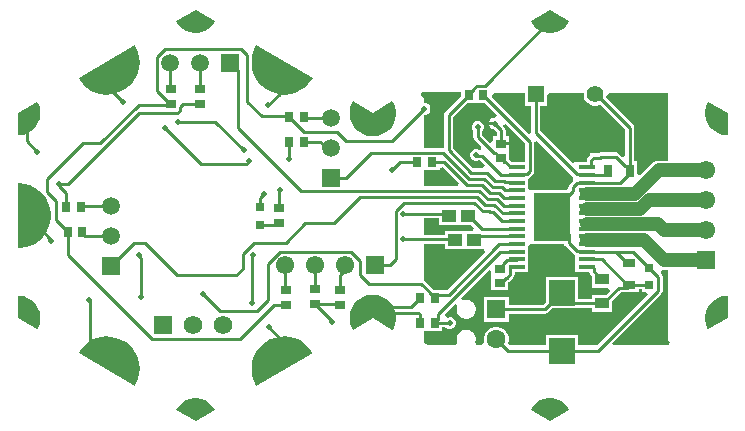
<source format=gbr>
G04*
G04 #@! TF.GenerationSoftware,Altium Limited,Altium Designer,25.8.1 (18)*
G04*
G04 Layer_Physical_Order=1*
G04 Layer_Color=255*
%FSLAX25Y25*%
%MOIN*%
G70*
G04*
G04 #@! TF.SameCoordinates,CA0B9550-AE98-4C71-85A6-844D78770B91*
G04*
G04*
G04 #@! TF.FilePolarity,Positive*
G04*
G01*
G75*
%ADD13C,0.01000*%
%ADD16R,0.05550X0.01400*%
%ADD17R,0.03197X0.02985*%
%ADD18R,0.03543X0.03150*%
%ADD19R,0.02985X0.03197*%
%ADD20R,0.03740X0.03150*%
%ADD21R,0.03150X0.03150*%
%ADD22R,0.04355X0.02977*%
%ADD23R,0.02977X0.04355*%
%ADD24R,0.02756X0.02756*%
%ADD25R,0.08898X0.08504*%
%ADD26R,0.04749X0.03765*%
%ADD27R,0.03543X0.02953*%
%ADD28R,0.04748X0.04166*%
G04:AMPARAMS|DCode=29|XSize=39.37mil|YSize=39.37mil|CornerRadius=19.68mil|HoleSize=0mil|Usage=FLASHONLY|Rotation=150.000|XOffset=0mil|YOffset=0mil|HoleType=Round|Shape=RoundedRectangle|*
%AMROUNDEDRECTD29*
21,1,0.03937,0.00000,0,0,150.0*
21,1,0.00000,0.03937,0,0,150.0*
1,1,0.03937,0.00000,0.00000*
1,1,0.03937,0.00000,0.00000*
1,1,0.03937,0.00000,0.00000*
1,1,0.03937,0.00000,0.00000*
%
%ADD29ROUNDEDRECTD29*%
G04:AMPARAMS|DCode=30|XSize=39.37mil|YSize=39.37mil|CornerRadius=19.68mil|HoleSize=0mil|Usage=FLASHONLY|Rotation=90.000|XOffset=0mil|YOffset=0mil|HoleType=Round|Shape=RoundedRectangle|*
%AMROUNDEDRECTD30*
21,1,0.03937,0.00000,0,0,90.0*
21,1,0.00000,0.03937,0,0,90.0*
1,1,0.03937,0.00000,0.00000*
1,1,0.03937,0.00000,0.00000*
1,1,0.03937,0.00000,0.00000*
1,1,0.03937,0.00000,0.00000*
%
%ADD30ROUNDEDRECTD30*%
G04:AMPARAMS|DCode=31|XSize=39.37mil|YSize=39.37mil|CornerRadius=19.68mil|HoleSize=0mil|Usage=FLASHONLY|Rotation=210.000|XOffset=0mil|YOffset=0mil|HoleType=Round|Shape=RoundedRectangle|*
%AMROUNDEDRECTD31*
21,1,0.03937,0.00000,0,0,210.0*
21,1,0.00000,0.03937,0,0,210.0*
1,1,0.03937,0.00000,0.00000*
1,1,0.03937,0.00000,0.00000*
1,1,0.03937,0.00000,0.00000*
1,1,0.03937,0.00000,0.00000*
%
%ADD31ROUNDEDRECTD31*%
%ADD32R,0.12200X0.15900*%
%ADD41R,0.05984X0.05984*%
%ADD42C,0.05984*%
%ADD48R,0.05984X0.05984*%
%ADD49C,0.06181*%
%ADD50R,0.06181X0.06181*%
%ADD52R,0.00800X0.00800*%
%ADD53C,0.04500*%
%ADD54C,0.06102*%
%ADD55R,0.06102X0.06102*%
%ADD56R,0.06102X0.06102*%
%ADD57C,0.05512*%
%ADD58R,0.05512X0.05512*%
%ADD59C,0.06299*%
%ADD60R,0.06299X0.06299*%
%ADD61C,0.01968*%
G36*
X64531Y64719D02*
X64219Y64143D01*
X63399Y63120D01*
X62410Y62259D01*
X61284Y61589D01*
X60056Y61129D01*
X58766Y60896D01*
X57455D01*
X56164Y61129D01*
X54936Y61589D01*
X53810Y62259D01*
X52821Y63120D01*
X52001Y64143D01*
X51688Y64719D01*
X51688Y64719D01*
X58110Y68416D01*
X64531Y64719D01*
D02*
G37*
G36*
X-53579D02*
X-53891Y64143D01*
X-54711Y63120D01*
X-55700Y62259D01*
X-56826Y61589D01*
X-58054Y61129D01*
X-59345Y60896D01*
X-60655D01*
X-61946Y61129D01*
X-63174Y61589D01*
X-64300Y62259D01*
X-65289Y63120D01*
X-66109Y64143D01*
X-66422Y64719D01*
X-66422Y64719D01*
X-60000Y68416D01*
X-53579Y64719D01*
D02*
G37*
G36*
X-21016Y45906D02*
X-21434Y45152D01*
X-22498Y43794D01*
X-23764Y42621D01*
X-25198Y41664D01*
X-26767Y40946D01*
X-28429Y40485D01*
X-30143Y40293D01*
X-31866Y40374D01*
X-33554Y40727D01*
X-35166Y41343D01*
X-36659Y42206D01*
X-37997Y43294D01*
X-39147Y44581D01*
X-40078Y46033D01*
X-40767Y47614D01*
X-41198Y49284D01*
X-41359Y51001D01*
X-41246Y52723D01*
X-40863Y54404D01*
X-40218Y56004D01*
X-39773Y56743D01*
X-39773D01*
X-21016Y45906D01*
D02*
G37*
G36*
X-79800Y55986D02*
X-79156Y54386D01*
X-78773Y52704D01*
X-78662Y50983D01*
X-78824Y49265D01*
X-79256Y47595D01*
X-79946Y46015D01*
X-80878Y44563D01*
X-82028Y43277D01*
X-83367Y42190D01*
X-84861Y41328D01*
X-86473Y40713D01*
X-88161Y40361D01*
X-89885Y40281D01*
X-91599Y40474D01*
X-93261Y40936D01*
X-94828Y41655D01*
X-96263Y42614D01*
X-97527Y43787D01*
X-98590Y45145D01*
X-99007Y45900D01*
X-99007Y45900D01*
X-80244Y56725D01*
X-79800Y55986D01*
D02*
G37*
G36*
X49677Y40957D02*
Y36641D01*
X51903D01*
Y27728D01*
X51088Y27303D01*
X50935Y27282D01*
X38795Y39422D01*
X38795Y40119D01*
X39654Y40977D01*
X49677Y40957D01*
D02*
G37*
G36*
X117374Y34209D02*
X117383Y26799D01*
X116727Y26781D01*
X115431Y26980D01*
X114192Y27406D01*
X113048Y28046D01*
X112036Y28880D01*
X111188Y29881D01*
X110533Y31016D01*
X110090Y32250D01*
X109874Y33543D01*
X109892Y34854D01*
X110142Y36141D01*
X110618Y37363D01*
X110961Y37921D01*
X110961D01*
X117374Y34209D01*
D02*
G37*
G36*
X-112495Y37363D02*
X-112019Y36141D01*
X-111769Y34854D01*
X-111751Y33543D01*
X-111967Y32250D01*
X-112410Y31016D01*
X-113065Y29880D01*
X-113913Y28880D01*
X-114925Y28046D01*
X-116069Y27406D01*
X-117309Y26980D01*
X-118605Y26781D01*
X-119260Y26799D01*
Y26799D01*
X-119251Y34209D01*
X-112838Y37921D01*
X-112495Y37363D01*
D02*
G37*
G36*
X-945Y34321D02*
X5621Y38103D01*
X5980Y37515D01*
X6477Y36230D01*
X6738Y34878D01*
X6754Y33501D01*
X6525Y32142D01*
X6058Y30847D01*
X5368Y29655D01*
X4477Y28604D01*
X3413Y27729D01*
X2211Y27057D01*
X908Y26610D01*
X-454Y26401D01*
X-945Y26414D01*
X-1436Y26401D01*
X-2798Y26610D01*
X-4101Y27057D01*
X-5303Y27729D01*
X-6367Y28604D01*
X-7258Y29655D01*
X-7948Y30847D01*
X-8415Y32142D01*
X-8644Y33501D01*
X-8628Y34878D01*
X-8367Y36230D01*
X-7870Y37515D01*
X-7511Y38103D01*
Y38103D01*
X-945Y34321D01*
D02*
G37*
G36*
X40320Y33571D02*
X39839Y32638D01*
X39369D01*
X38640Y32336D01*
X38082Y31778D01*
X37824Y31154D01*
X39764D01*
Y30154D01*
X37824D01*
X38082Y29530D01*
X38640Y28972D01*
X39369Y28670D01*
X39414D01*
X40317Y27767D01*
Y26508D01*
X39075D01*
Y24706D01*
X38151Y24324D01*
X35603Y26871D01*
Y28201D01*
X35681Y28278D01*
X35983Y29008D01*
Y29797D01*
X35681Y30526D01*
X35122Y31084D01*
X34393Y31387D01*
X33604D01*
X32875Y31084D01*
X32316Y30526D01*
X32014Y29797D01*
Y29008D01*
X32316Y28278D01*
X32545Y28050D01*
Y26238D01*
X32661Y25653D01*
X32993Y25157D01*
X35141Y23008D01*
X35010Y22001D01*
X34892Y21843D01*
X34581Y21825D01*
X33851Y22127D01*
X33062D01*
X32333Y21825D01*
X31775Y21267D01*
X31472Y20538D01*
Y19748D01*
X31775Y19019D01*
X32333Y18461D01*
X33062Y18159D01*
X33851D01*
X34390Y18382D01*
X34846D01*
X36373Y16855D01*
X35959Y15855D01*
X32602D01*
X25879Y22579D01*
Y32832D01*
X30671Y37625D01*
X36267D01*
X40320Y33571D01*
D02*
G37*
G36*
X28508Y40998D02*
Y39787D01*
X23268Y34547D01*
X22936Y34051D01*
X22820Y33466D01*
Y22787D01*
X22484Y22511D01*
X16230D01*
Y33546D01*
X16307Y33623D01*
X16686D01*
X17415Y33925D01*
X17974Y34483D01*
X18276Y35213D01*
Y36002D01*
X17974Y36731D01*
X17415Y37290D01*
X16686Y37592D01*
X16230D01*
Y38906D01*
X15035Y40100D01*
X15419Y41024D01*
X28508Y40998D01*
D02*
G37*
G36*
X69341Y40918D02*
X69362Y40892D01*
Y39903D01*
X69618Y38948D01*
X70112Y38091D01*
X70812Y37392D01*
X71668Y36897D01*
X72623Y36641D01*
X73612D01*
X74568Y36897D01*
X74815Y37040D01*
X83217Y28638D01*
Y19899D01*
X82293Y19516D01*
X81227Y20582D01*
X80731Y20914D01*
X80145Y21030D01*
X75098D01*
X74513Y20914D01*
X74206Y20709D01*
X73467D01*
X73448Y20722D01*
X72863Y20838D01*
X72277Y20722D01*
X72258Y20709D01*
X71463D01*
Y20072D01*
X70872Y19480D01*
X70540Y18984D01*
X70424Y18399D01*
Y17769D01*
X66599D01*
Y17717D01*
X65675Y17334D01*
X54962Y28047D01*
Y36641D01*
X57189D01*
Y40235D01*
X57897Y40941D01*
X69341Y40918D01*
D02*
G37*
G36*
X49869Y24022D02*
Y17769D01*
X45512D01*
X44618Y18662D01*
Y21358D01*
Y23433D01*
X41847D01*
Y24433D01*
X44618D01*
Y26508D01*
X43376D01*
Y28400D01*
X43260Y28985D01*
X42928Y29482D01*
X42446Y29963D01*
X42455Y30022D01*
X43522Y30369D01*
X49869Y24022D01*
D02*
G37*
G36*
X97474Y40863D02*
Y18308D01*
X94475D01*
X93626Y18196D01*
X92836Y17869D01*
X92157Y17348D01*
X88159Y13350D01*
X87235Y13732D01*
Y18078D01*
X86276D01*
Y29272D01*
X86159Y29857D01*
X85827Y30353D01*
X76748Y39433D01*
X76874Y39903D01*
Y39904D01*
X77870Y40902D01*
X97474Y40863D01*
D02*
G37*
G36*
X27696Y10779D02*
X27313Y9855D01*
X16230D01*
Y15284D01*
X21372D01*
Y15829D01*
X22372Y16103D01*
X27696Y10779D01*
D02*
G37*
G36*
X65811Y12872D02*
X65962Y12230D01*
X65811Y11588D01*
X64682Y10459D01*
X64350Y9962D01*
X64234Y9377D01*
Y9158D01*
X63461Y8385D01*
X51649D01*
X50899Y8989D01*
Y12287D01*
X50946Y12297D01*
X51443Y12628D01*
X52480Y13666D01*
X52812Y14162D01*
X52928Y14747D01*
Y24341D01*
X53744Y24766D01*
X53896Y24787D01*
X65811Y12872D01*
D02*
G37*
G36*
X21023Y-3148D02*
X31916D01*
X32894Y-4127D01*
X32512Y-5051D01*
X23057D01*
Y-6343D01*
X16230D01*
Y-900D01*
X21023D01*
Y-3148D01*
D02*
G37*
G36*
X-116697Y10592D02*
X-115049Y10082D01*
X-113502Y9318D01*
X-112096Y8319D01*
X-110866Y7111D01*
X-109842Y5722D01*
X-109051Y4189D01*
X-108513Y2550D01*
X-108240Y847D01*
X-108241Y-878D01*
X-108514Y-2581D01*
X-109054Y-4219D01*
X-109846Y-5752D01*
X-110870Y-7140D01*
X-112101Y-8348D01*
X-113508Y-9346D01*
X-115055Y-10109D01*
X-116703Y-10617D01*
X-118411Y-10859D01*
X-119274Y-10843D01*
Y-10843D01*
X-119267Y10819D01*
X-118405Y10835D01*
X-116697Y10592D01*
D02*
G37*
G36*
X62936Y-9678D02*
X63267Y-10174D01*
X66055Y-12962D01*
X66551Y-13293D01*
X66599Y-13303D01*
Y-16339D01*
Y-18898D01*
X71215D01*
X71236Y-19003D01*
X71567Y-19499D01*
X72105Y-20037D01*
Y-24130D01*
X77583D01*
X77997Y-25130D01*
X76691Y-26437D01*
X72105D01*
Y-27790D01*
X67597D01*
Y-20497D01*
X56699D01*
Y-28838D01*
X55827Y-29711D01*
X44374D01*
Y-27090D01*
X36075D01*
Y-35390D01*
X44374D01*
Y-32769D01*
X56460D01*
X57045Y-32653D01*
X57542Y-32321D01*
X58862Y-31001D01*
X67597D01*
Y-30848D01*
X72105D01*
Y-32201D01*
X78854D01*
Y-28600D01*
X81880Y-25573D01*
X83642D01*
X83790Y-25544D01*
X87808D01*
Y-24581D01*
X88882D01*
Y-25426D01*
X90290D01*
X90673Y-26350D01*
X73706Y-43317D01*
X67597D01*
Y-39788D01*
X56699D01*
Y-43317D01*
X44961D01*
X44840Y-43251D01*
X44203Y-42426D01*
X44374Y-41786D01*
Y-40694D01*
X44092Y-39638D01*
X43545Y-38692D01*
X42773Y-37919D01*
X41827Y-37373D01*
X40771Y-37090D01*
X39679D01*
X38623Y-37373D01*
X37677Y-37919D01*
X36904Y-38692D01*
X36358Y-39638D01*
X36075Y-40694D01*
Y-41786D01*
X36217Y-42317D01*
X35558Y-43317D01*
X33835D01*
X33446Y-42813D01*
X33213Y-42317D01*
X33390Y-41657D01*
Y-40823D01*
X33174Y-40018D01*
X32758Y-39296D01*
X32168Y-38707D01*
X31447Y-38290D01*
X30642Y-38074D01*
X29808D01*
X29003Y-38290D01*
X28281Y-38707D01*
X27692Y-39296D01*
X27275Y-40018D01*
X27060Y-40823D01*
Y-41657D01*
X27237Y-42317D01*
X27003Y-42813D01*
X26614Y-43317D01*
X17471D01*
X16230Y-42601D01*
Y-38362D01*
X22230D01*
Y-37293D01*
X23278D01*
X23607Y-37622D01*
X24336Y-37924D01*
X25125D01*
X25855Y-37622D01*
X26413Y-37063D01*
X26715Y-36334D01*
Y-35545D01*
X26413Y-34815D01*
X25855Y-34257D01*
X25125Y-33955D01*
X24336D01*
X23974Y-34105D01*
X23372Y-33912D01*
X23072Y-32798D01*
X26487Y-29383D01*
X27288Y-29997D01*
X27275Y-30018D01*
X27060Y-30823D01*
Y-31657D01*
X27275Y-32462D01*
X27692Y-33184D01*
X28281Y-33773D01*
X29003Y-34190D01*
X29808Y-34405D01*
X30642D01*
X31447Y-34190D01*
X32168Y-33773D01*
X32758Y-33184D01*
X33174Y-32462D01*
X33390Y-31657D01*
Y-30823D01*
X33174Y-30018D01*
X32758Y-29296D01*
X32168Y-28707D01*
X31447Y-28290D01*
X30642Y-28074D01*
X29808D01*
X29003Y-28290D01*
X28982Y-28303D01*
X28367Y-27503D01*
X37657Y-18213D01*
X38581Y-18596D01*
Y-20200D01*
Y-24925D01*
X44124D01*
Y-22155D01*
X44331Y-22114D01*
X44827Y-21782D01*
X45930Y-20678D01*
X46262Y-20182D01*
X46378Y-19597D01*
Y-18898D01*
X50899D01*
Y-16339D01*
Y-13780D01*
Y-10118D01*
X51649Y-9515D01*
X62903D01*
X62936Y-9678D01*
D02*
G37*
G36*
X23057Y-11217D02*
X35986D01*
X36604Y-12014D01*
X23686Y-24931D01*
X20730D01*
X20582Y-24961D01*
X19408D01*
X19207Y-24760D01*
X19206Y-24754D01*
X18874Y-24258D01*
X16364Y-21748D01*
X16230Y-21658D01*
Y-9402D01*
X23057D01*
Y-11217D01*
D02*
G37*
G36*
X908Y-26610D02*
X2211Y-27057D01*
X3413Y-27729D01*
X4477Y-28604D01*
X5368Y-29655D01*
X6058Y-30847D01*
X6525Y-32142D01*
X6754Y-33501D01*
X6738Y-34878D01*
X6477Y-36230D01*
X5980Y-37515D01*
X5621Y-38103D01*
X-945Y-34321D01*
X-7511Y-38103D01*
X-7870Y-37515D01*
X-8367Y-36230D01*
X-8628Y-34878D01*
X-8644Y-33501D01*
X-8415Y-32142D01*
X-7948Y-30847D01*
X-7258Y-29655D01*
X-6367Y-28604D01*
X-5303Y-27729D01*
X-4101Y-27057D01*
X-2798Y-26610D01*
X-1436Y-26401D01*
X-945Y-26414D01*
X-454Y-26401D01*
X908Y-26610D01*
D02*
G37*
G36*
X117383Y-26799D02*
X117383Y-26799D01*
X117374Y-34209D01*
X110961Y-37921D01*
X110618Y-37363D01*
X110142Y-36141D01*
X109892Y-34854D01*
X109874Y-33543D01*
X110090Y-32250D01*
X110533Y-31016D01*
X111188Y-29881D01*
X112036Y-28880D01*
X113048Y-28046D01*
X114192Y-27406D01*
X115431Y-26980D01*
X116727Y-26781D01*
X117383Y-26799D01*
D02*
G37*
G36*
X-117309Y-26980D02*
X-116069Y-27406D01*
X-114925Y-28046D01*
X-113913Y-28880D01*
X-113065Y-29881D01*
X-112410Y-31016D01*
X-111967Y-32250D01*
X-111751Y-33543D01*
X-111769Y-34854D01*
X-112019Y-36141D01*
X-112495Y-37363D01*
X-112838Y-37921D01*
X-112838Y-37921D01*
X-119251Y-34209D01*
X-119260Y-26799D01*
X-118605Y-26781D01*
X-117309Y-26980D01*
D02*
G37*
G36*
X5621Y-38103D02*
X5621D01*
D01*
X5621D01*
D02*
G37*
G36*
X96100Y-18248D02*
X97474D01*
Y-41686D01*
X98105Y-42317D01*
X97691Y-43317D01*
X79338D01*
X78956Y-42393D01*
X95220Y-26129D01*
X95551Y-25633D01*
X95668Y-25048D01*
Y-20414D01*
X95551Y-19829D01*
X95220Y-19333D01*
X94947Y-19060D01*
X95059Y-18720D01*
X95465Y-18164D01*
X96100Y-18248D01*
D02*
G37*
G36*
X-28401Y-40474D02*
X-26739Y-40936D01*
X-25172Y-41655D01*
X-23737Y-42614D01*
X-22473Y-43787D01*
X-21410Y-45145D01*
X-20992Y-45900D01*
X-39756Y-56725D01*
X-40200Y-55986D01*
X-40844Y-54386D01*
X-41227Y-52704D01*
X-41338Y-50983D01*
X-41176Y-49265D01*
X-40745Y-47595D01*
X-40054Y-46015D01*
X-39122Y-44563D01*
X-37972Y-43277D01*
X-36633Y-42190D01*
X-35139Y-41328D01*
X-33527Y-40713D01*
X-31839Y-40361D01*
X-30116Y-40281D01*
X-28401Y-40474D01*
D02*
G37*
G36*
X-88134Y-40374D02*
X-86446Y-40727D01*
X-84834Y-41343D01*
X-83341Y-42206D01*
X-82003Y-43294D01*
X-80853Y-44581D01*
X-79922Y-46033D01*
X-79233Y-47614D01*
X-78802Y-49284D01*
X-78641Y-51001D01*
X-78754Y-52723D01*
X-79137Y-54404D01*
X-79782Y-56004D01*
X-80227Y-56743D01*
Y-56743D01*
X-98984Y-45906D01*
X-98566Y-45152D01*
X-97502Y-43794D01*
X-96236Y-42621D01*
X-94802Y-41664D01*
X-93233Y-40946D01*
X-91571Y-40485D01*
X-89857Y-40293D01*
X-88134Y-40374D01*
D02*
G37*
G36*
X60056Y-61129D02*
X61284Y-61589D01*
X62410Y-62259D01*
X63399Y-63120D01*
X64219Y-64143D01*
X64531Y-64719D01*
X58110Y-68416D01*
X51688Y-64719D01*
X52001Y-64143D01*
X52821Y-63120D01*
X53810Y-62259D01*
X54936Y-61589D01*
X56164Y-61129D01*
X57455Y-60896D01*
X58766D01*
X60056Y-61129D01*
D02*
G37*
G36*
X-58054D02*
X-56826Y-61589D01*
X-55700Y-62259D01*
X-54711Y-63120D01*
X-53891Y-64143D01*
X-53579Y-64719D01*
X-60000Y-68416D01*
X-66422Y-64719D01*
X-66109Y-64143D01*
X-65289Y-63120D01*
X-64300Y-62259D01*
X-63174Y-61589D01*
X-61946Y-61129D01*
X-60655Y-60896D01*
X-59345D01*
X-58054Y-61129D01*
D02*
G37*
D13*
X70374Y-4403D02*
X70574Y-4603D01*
X70417Y-2723D02*
X70526Y-2832D01*
X70363Y-2723D02*
X70417D01*
X70440Y7132D02*
X70492Y7184D01*
X70308Y-8185D02*
X70363Y-8239D01*
X40225Y-31240D02*
X56460D01*
X61951Y-25749D01*
X-66075Y-19953D02*
X-46490D01*
X-80433Y-9086D02*
X-76942D01*
X-66075Y-19953D01*
X-40523Y-9086D02*
X-29975D01*
X-44235Y-12799D02*
X-40523Y-9086D01*
X-44235Y-17698D02*
Y-12799D01*
X-46490Y-19953D02*
X-44235Y-17698D01*
X-70192Y29265D02*
X-58080Y17154D01*
X-88150Y41924D02*
X-84108Y37882D01*
X-88150Y41924D02*
Y48780D01*
X-42979Y17154D02*
X-42371Y17762D01*
X-58030Y17154D02*
X-42979D01*
X-58080D02*
X-58030D01*
X-53418Y31292D02*
X-43892Y21765D01*
X-65580Y31292D02*
X-53418D01*
X-91707Y24172D02*
X-79014Y36866D01*
X-78939Y34112D02*
X-66086D01*
X-68545Y36866D02*
X-68306Y37105D01*
X-97561Y24172D02*
X-91707D01*
X-102603Y10448D02*
X-78939Y34112D01*
X-105373Y10448D02*
X-102603D01*
X-79014Y36866D02*
X-68545D01*
X-64184Y37277D02*
X-58388D01*
X-65207Y34991D02*
Y36254D01*
X-64184Y37277D01*
X-66086Y34112D02*
X-65207Y34991D01*
X41847Y23933D02*
Y28400D01*
X71953Y18399D02*
X72863Y19309D01*
X39807Y30440D02*
X41847Y28400D01*
X8137Y17883D02*
X13942D01*
X-28919Y24577D02*
X-28854Y24642D01*
X-28919Y18751D02*
Y24577D01*
X-28984Y18686D02*
X-28919Y18751D01*
X71953Y16269D02*
Y18399D01*
X68299Y16069D02*
X70374D01*
X71753D02*
X71953Y16269D01*
X5230Y14977D02*
X8137Y17883D01*
X70374Y16069D02*
X71753D01*
X-20175Y-29599D02*
X-20069D01*
X-20175D02*
X-20130Y-29644D01*
X-11869D02*
X-11824Y-29689D01*
X-14297Y-35370D02*
X-14248D01*
X-20130Y-29644D02*
X-11869D01*
X-20069Y-29599D02*
X-14297Y-35370D01*
X-105501Y10576D02*
X-105373Y10448D01*
X-31820Y8257D02*
Y8519D01*
X-32329Y7748D02*
X-31820Y8257D01*
X-32329Y2578D02*
Y7748D01*
X-105501Y9737D02*
Y10576D01*
X-103092Y2822D02*
Y7328D01*
X-105501Y9737D02*
X-103092Y7328D01*
X-35717Y36776D02*
X-31850Y40643D01*
Y48780D01*
X-37967Y33033D02*
X-29149D01*
X-42859Y37925D02*
Y53361D01*
Y37925D02*
X-37967Y33033D01*
X-29149D02*
X-27015Y30899D01*
X-38543Y5697D02*
X-37065Y7174D01*
X-38543Y2809D02*
Y5697D01*
Y-3097D02*
X-33083D01*
X-32329Y-2343D01*
X-41088Y-28912D02*
Y-13165D01*
X-40951Y-13028D01*
X-108137Y-8498D02*
Y-8202D01*
X-116339Y0D02*
X-108137Y-8202D01*
X-116326Y24691D02*
X-112882Y21246D01*
X-116326Y24691D02*
Y32520D01*
X-41225Y-29048D02*
X-41088Y-28912D01*
X-52011Y-31795D02*
X-39462D01*
X-35889Y-28221D01*
X-57582Y-26223D02*
X-52011Y-31795D01*
X-45145Y-41206D02*
X-33739Y-29801D01*
X-35889Y-28221D02*
Y-16062D01*
X-74569Y-41206D02*
X-45145D01*
X-33739Y-29801D02*
X-29941D01*
X24506Y-35764D02*
X24682Y-35939D01*
X19737Y-35764D02*
X24506D01*
X-35889Y-16062D02*
X-31923Y-12096D01*
X-8153D01*
X-5116Y-15133D01*
Y-19793D02*
Y-15133D01*
Y-19793D02*
X-2079Y-22829D01*
X15283D01*
X17793Y-25339D01*
Y-25508D02*
Y-25339D01*
Y-25508D02*
X19737Y-27453D01*
Y-27559D02*
Y-27453D01*
X70374Y10951D02*
X81486D01*
X72863Y19109D02*
X74706D01*
X81486Y10951D02*
X84746Y14211D01*
Y14900D02*
Y15589D01*
Y14211D02*
Y14900D01*
X74706Y19109D02*
X75098Y19501D01*
X83069Y16578D02*
X83758D01*
X84746Y15589D01*
X75098Y19501D02*
X80145D01*
X83069Y16578D01*
X85804Y-12080D02*
X91260Y-17537D01*
X80251Y-12080D02*
X85804D01*
X83942Y-15772D02*
X84631D01*
X80251Y-12080D02*
X83942Y-15772D01*
X70374Y-12080D02*
X80251D01*
X73611Y40407D02*
X84746Y29272D01*
Y15589D02*
Y29272D01*
X62148Y-45040D02*
X74146D01*
X94138Y-25048D01*
Y-20414D01*
X91260Y-17537D02*
X94138Y-20414D01*
X44025Y-45040D02*
X62148D01*
X40225Y-41240D02*
X44025Y-45040D01*
X70174Y-11880D02*
X70374Y-12080D01*
X67137Y-11880D02*
X70174D01*
X64349Y-9093D02*
X67137Y-11880D01*
X64349Y-9093D02*
Y-6165D01*
X58749Y-565D02*
X64349Y-6165D01*
X58749Y-565D02*
Y1285D01*
X65763Y8299D01*
Y9377D01*
X67137Y10751D01*
X70174D01*
X70374Y10951D01*
Y13510D02*
X76474D01*
X77463Y14498D01*
Y14900D01*
X53433Y27413D02*
Y40397D01*
Y27413D02*
X67137Y13710D01*
X70174D01*
X70374Y13510D01*
X9281Y630D02*
X23702D01*
X24397Y-65D01*
X30704D02*
X30996D01*
X35334Y-4403D01*
X47124D01*
X33457Y19911D02*
X35479D01*
X41881Y13510D01*
X47124D01*
X9464Y4325D02*
X32893D01*
X31969Y14325D02*
X37035D01*
X-5857Y8325D02*
X34550D01*
X39631Y3510D02*
X42426Y715D01*
X-5029Y6325D02*
X33721D01*
X38194Y7510D02*
X41287D01*
X42964Y5833D01*
X37035Y14325D02*
X39851Y11510D01*
X31140Y12325D02*
X36206D01*
X40459Y5510D02*
X42695Y3274D01*
X33721Y6325D02*
X36537Y3510D01*
X39022Y9510D02*
X42116D01*
X30312Y10325D02*
X35378D01*
X32893Y4325D02*
X35708Y1510D01*
X36206Y12325D02*
X39022Y9510D01*
X37365Y5510D02*
X40459D01*
X36537Y3510D02*
X39631D01*
X37801Y1510D02*
X38037Y1274D01*
X35378Y10325D02*
X38194Y7510D01*
X42116Y9510D02*
X43234Y8392D01*
X39851Y11510D02*
X42944D01*
X43303Y11151D01*
X35708Y1510D02*
X37801D01*
X34550Y8325D02*
X37365Y5510D01*
X38037Y1274D02*
X39038D01*
X6710Y-14590D02*
Y1571D01*
X9464Y4325D01*
X4653Y-16647D02*
X6710Y-14590D01*
X9281Y-7872D02*
X26170D01*
X26432Y-8134D01*
X-38Y-16647D02*
X4653D01*
X39038Y1274D02*
X42156Y-1844D01*
X43303Y11151D02*
X46924D01*
X22811Y17826D02*
X30312Y10325D01*
X18936Y17826D02*
X22811D01*
X24349Y21945D02*
X31969Y14325D01*
X24349Y21945D02*
Y33466D01*
X-1489Y20982D02*
X22484D01*
X31140Y12325D01*
X-95282Y-41648D02*
Y-27927D01*
Y-41648D02*
X-88150Y-48780D01*
X-78742Y-13512D02*
Y-13250D01*
Y-13512D02*
X-78106Y-14148D01*
Y-27167D02*
Y-14148D01*
X-35690Y-37254D02*
X-31850Y-41094D01*
Y-48780D02*
Y-41094D01*
X-24737Y8064D02*
X-6119D01*
X-46000Y29327D02*
X-24737Y8064D01*
X-46000Y29327D02*
Y48396D01*
X-23555Y-2667D02*
X-14021D01*
X-6119Y8064D02*
X-5857Y8325D01*
X-14021Y-2667D02*
X-5029Y6325D01*
X-14976Y12556D02*
X-9914D01*
X-1489Y20982D01*
X36393Y43322D02*
X58110Y65039D01*
X33823Y43322D02*
X36393D01*
X32945Y42443D02*
X33823Y43322D01*
X32945Y42274D02*
Y42443D01*
X31000Y40330D02*
X32945Y42274D01*
X31000Y40223D02*
Y40330D01*
X47124Y13510D02*
X47324Y13710D01*
X50361D01*
X51399Y14747D01*
Y24655D01*
X35937Y40117D02*
X51399Y24655D01*
X35937Y40117D02*
Y40223D01*
X24349Y33466D02*
X31000Y40117D01*
Y40223D01*
X34074Y26238D02*
Y29402D01*
Y26238D02*
X39454Y20858D01*
X39803D01*
X41650Y19012D01*
X41847D01*
X5422Y24901D02*
X16031Y35511D01*
X-9933Y24901D02*
X5422D01*
X-12772Y27740D02*
X-9933Y24901D01*
X-24025Y27740D02*
X-12772D01*
X-27015Y30730D02*
X-24025Y27740D01*
X-27015Y30730D02*
Y30899D01*
X-24023Y32950D02*
X-23629Y32556D01*
X-14976D01*
X-58492Y42318D02*
Y50888D01*
Y42318D02*
X-58388Y42214D01*
X-68492Y42228D02*
Y50888D01*
Y42228D02*
X-68306Y42042D01*
X-69299Y38097D02*
X-68306Y37105D01*
X-69574Y38097D02*
X-69299D01*
X-72984Y41508D02*
X-69574Y38097D01*
X-72984Y41508D02*
Y52749D01*
X-70353Y55381D01*
X-44879D01*
X-42859Y53361D01*
X-102691Y-13084D02*
X-74569Y-41206D01*
X-102691Y-13084D02*
Y-5658D01*
Y-5552D01*
X-106592Y-1650D02*
X-102691Y-5552D01*
X-106592Y-1650D02*
Y4958D01*
X-109501Y7867D02*
X-106592Y4958D01*
X-109501Y7867D02*
Y12232D01*
X-97561Y24172D01*
X-48492Y50888D02*
X-46000Y48396D01*
X42695Y3274D02*
X47124D01*
X-10038Y-18028D02*
Y-16647D01*
X-11824Y-19814D02*
X-10038Y-18028D01*
X-11824Y-24752D02*
Y-19814D01*
X-20038Y-24524D02*
Y-16647D01*
X-20175Y-24661D02*
X-20038Y-24524D01*
X-30038Y-24767D02*
Y-16647D01*
Y-24767D02*
X-29941Y-24864D01*
X-29975Y-9086D02*
X-23555Y-2667D01*
X-88073Y-16726D02*
X-80433Y-9086D01*
X-98155Y2822D02*
X-97703Y3274D01*
X-88073D01*
X-96762Y-6726D02*
X-88073D01*
X-97754Y-5734D02*
X-96762Y-6726D01*
X-97754Y-5734D02*
Y-5658D01*
X-16325Y22556D02*
X-14976D01*
X-18411Y24642D02*
X-16325Y22556D01*
X-23917Y24642D02*
X-18411D01*
X42426Y715D02*
X47124D01*
X46924Y11151D02*
X47124Y10951D01*
X42964Y5833D02*
X47124D01*
X43234Y8392D02*
X47124D01*
X42156Y-1844D02*
X47124D01*
X41847Y19012D02*
X42922Y17937D01*
X43181D01*
X45049Y16069D01*
X47124D01*
X61951Y-25749D02*
X65522Y-29319D01*
X75480D01*
X83642Y-24044D02*
X84631Y-23055D01*
X81247Y-24044D02*
X83642D01*
X75972Y-29319D02*
X81247Y-24044D01*
X83942Y-23055D02*
X84631D01*
X75526Y-14639D02*
X83942Y-23055D01*
X70374Y-14639D02*
X75526D01*
X70374Y-17198D02*
X72449D01*
X72649Y-17398D01*
Y-18417D02*
Y-17398D01*
Y-18417D02*
X73605Y-19374D01*
Y-19866D02*
Y-19374D01*
Y-19866D02*
X74988Y-21248D01*
X75480D01*
X91257Y-23052D02*
X91260Y-23048D01*
X84631Y-23055D02*
X84634Y-23052D01*
X91257D01*
X18879Y17883D02*
X18936Y17826D01*
X33911Y-6962D02*
X47124D01*
X32739Y-8134D02*
X33911Y-6962D01*
X41259Y-9521D02*
X47124D01*
X24320Y-26460D02*
X41259Y-9521D01*
X-661Y-30520D02*
X134D01*
X2011Y-32397D01*
X14215D01*
X14800Y-32983D01*
Y-35764D02*
Y-32983D01*
X-661Y-30520D02*
X11840D01*
X13702Y-28658D01*
X13808D01*
X14800Y-27665D01*
Y-27559D01*
X19737Y-27453D02*
X20730Y-26460D01*
X24320D01*
X19737Y-35764D02*
X20730Y-34771D01*
Y-32977D01*
X41627Y-12080D01*
X47124D01*
X45049Y-17198D02*
X47124D01*
X44849Y-17398D02*
X45049Y-17198D01*
X44849Y-19597D02*
Y-17398D01*
X43745Y-20700D02*
X44849Y-19597D01*
X43396Y-20700D02*
X43745D01*
X41648Y-22449D02*
X43396Y-20700D01*
X41352Y-22449D02*
X41648D01*
X41352Y-17724D02*
X41648D01*
X42624Y-16748D01*
Y-16102D01*
X43887Y-14839D01*
X46924D01*
X47124Y-14639D01*
D16*
X70374Y-1844D02*
D03*
Y-4403D02*
D03*
Y3274D02*
D03*
Y715D02*
D03*
Y8392D02*
D03*
Y5833D02*
D03*
Y-6962D02*
D03*
Y-9521D02*
D03*
X47124Y3274D02*
D03*
Y715D02*
D03*
Y16069D02*
D03*
X70374Y-14639D02*
D03*
X47124Y-6962D02*
D03*
Y-12080D02*
D03*
Y10951D02*
D03*
X70374Y-17198D02*
D03*
X47124Y13510D02*
D03*
Y8392D02*
D03*
Y5833D02*
D03*
Y-1844D02*
D03*
Y-4403D02*
D03*
Y-9521D02*
D03*
Y-14639D02*
D03*
Y-17198D02*
D03*
X70374Y13510D02*
D03*
Y-12080D02*
D03*
Y10951D02*
D03*
Y16069D02*
D03*
D17*
X-58388Y42214D02*
D03*
Y37277D02*
D03*
X-11824Y-29689D02*
D03*
X-20175Y-29599D02*
D03*
X-29941Y-29801D02*
D03*
Y-24864D02*
D03*
X-20175Y-24661D02*
D03*
X-11824Y-24752D02*
D03*
X-68306Y37105D02*
D03*
Y42042D02*
D03*
D18*
X41847Y23933D02*
D03*
Y19012D02*
D03*
D19*
X-28854Y24642D02*
D03*
X13942Y17883D02*
D03*
X-103092Y2822D02*
D03*
X35937Y40223D02*
D03*
X31000D02*
D03*
X19737Y-27559D02*
D03*
X14800D02*
D03*
X19737Y-35764D02*
D03*
X14800D02*
D03*
X-98155Y2822D02*
D03*
X-102691Y-5658D02*
D03*
X-97754D02*
D03*
X-28960Y32950D02*
D03*
X-24023D02*
D03*
X-23917Y24642D02*
D03*
X18879Y17883D02*
D03*
D20*
X-32329Y2578D02*
D03*
Y-2343D02*
D03*
D21*
X-38543Y-3097D02*
D03*
Y2809D02*
D03*
D22*
X84631Y-15772D02*
D03*
Y-23055D02*
D03*
D23*
X84746Y14900D02*
D03*
X77463D02*
D03*
D24*
X91260Y-17537D02*
D03*
Y-23048D02*
D03*
D25*
X62148Y-45040D02*
D03*
Y-25749D02*
D03*
D26*
X75480Y-21248D02*
D03*
Y-29319D02*
D03*
D27*
X41352Y-22449D02*
D03*
Y-17724D02*
D03*
D28*
X24397Y-65D02*
D03*
X30704D02*
D03*
X32739Y-8134D02*
D03*
X26432D02*
D03*
D29*
X-116326Y32520D02*
D03*
X114449Y-32520D02*
D03*
X-116339Y0D02*
D03*
D30*
X-60000Y65039D02*
D03*
X58110Y-65039D02*
D03*
X-661Y30520D02*
D03*
X58110Y65039D02*
D03*
X-661Y-30520D02*
D03*
X-60000Y-65039D02*
D03*
X-31850Y-48780D02*
D03*
X-88150Y48780D02*
D03*
D31*
X-116326Y-32520D02*
D03*
X114449Y32520D02*
D03*
X-88150Y-48780D02*
D03*
X-31850Y48780D02*
D03*
D32*
X58749Y-565D02*
D03*
D41*
X-88073Y-16726D02*
D03*
X-14976Y12556D02*
D03*
D42*
X-88073Y-6726D02*
D03*
Y3274D02*
D03*
X-58492Y50888D02*
D03*
X-68492D02*
D03*
X-14976Y32556D02*
D03*
Y22556D02*
D03*
D48*
X-48492Y50888D02*
D03*
D49*
X-50858Y-36615D02*
D03*
X-60858D02*
D03*
D50*
X-70858D02*
D03*
D52*
X72863Y19309D02*
D03*
Y19109D02*
D03*
D53*
X96150Y-4970D02*
X110273D01*
X94012Y-2832D02*
X96150Y-4970D01*
X70526Y-2832D02*
X94012D01*
X91098Y5030D02*
X110273D01*
X70441Y2167D02*
X88235D01*
X91098Y5030D01*
X94475Y15030D02*
X110273D01*
X86629Y7184D02*
X94475Y15030D01*
X70492Y7184D02*
X86629D01*
X96100Y-14970D02*
X110273D01*
X89370Y-8239D02*
X96100Y-14970D01*
X70363Y-8239D02*
X89370D01*
D54*
X110273Y-4970D02*
D03*
Y5030D02*
D03*
X110273Y15030D02*
D03*
X-30038Y-16647D02*
D03*
X-10038D02*
D03*
X-20038D02*
D03*
D55*
X110273Y-14970D02*
D03*
D56*
X-38Y-16647D02*
D03*
D57*
X73118Y40397D02*
D03*
D58*
X53433D02*
D03*
D59*
X40225Y-41240D02*
D03*
D60*
Y-31240D02*
D03*
D61*
X54463Y-6605D02*
D03*
X58262Y-6360D02*
D03*
X61734Y-6442D02*
D03*
X62020Y-2970D02*
D03*
X58303Y-3256D02*
D03*
X54544Y-3133D02*
D03*
X54819Y691D02*
D03*
X58393Y632D02*
D03*
X61848Y751D02*
D03*
X61789Y4683D02*
D03*
X58512Y4802D02*
D03*
X54640D02*
D03*
X-70211Y29297D02*
D03*
X-65695Y31237D02*
D03*
X-43996Y21931D02*
D03*
X-42263Y18076D02*
D03*
X-84108Y37908D02*
D03*
X39764Y30654D02*
D03*
X5477Y15038D02*
D03*
X-28984Y18686D02*
D03*
X-14585Y-35505D02*
D03*
X-31820Y8519D02*
D03*
X-105501Y10576D02*
D03*
X-35816Y36776D02*
D03*
X-37065Y7324D02*
D03*
X-40951Y-13028D02*
D03*
X-108186Y-8498D02*
D03*
X-112882Y21246D02*
D03*
X-41225Y-29048D02*
D03*
X24731Y-35939D02*
D03*
X-57582Y-26175D02*
D03*
X33457Y20143D02*
D03*
X9281Y630D02*
D03*
Y-7872D02*
D03*
X-95380Y-28024D02*
D03*
X-78106Y-27167D02*
D03*
X-78742Y-13250D02*
D03*
X-35690Y-37254D02*
D03*
X16291Y35607D02*
D03*
X33999Y29402D02*
D03*
M02*

</source>
